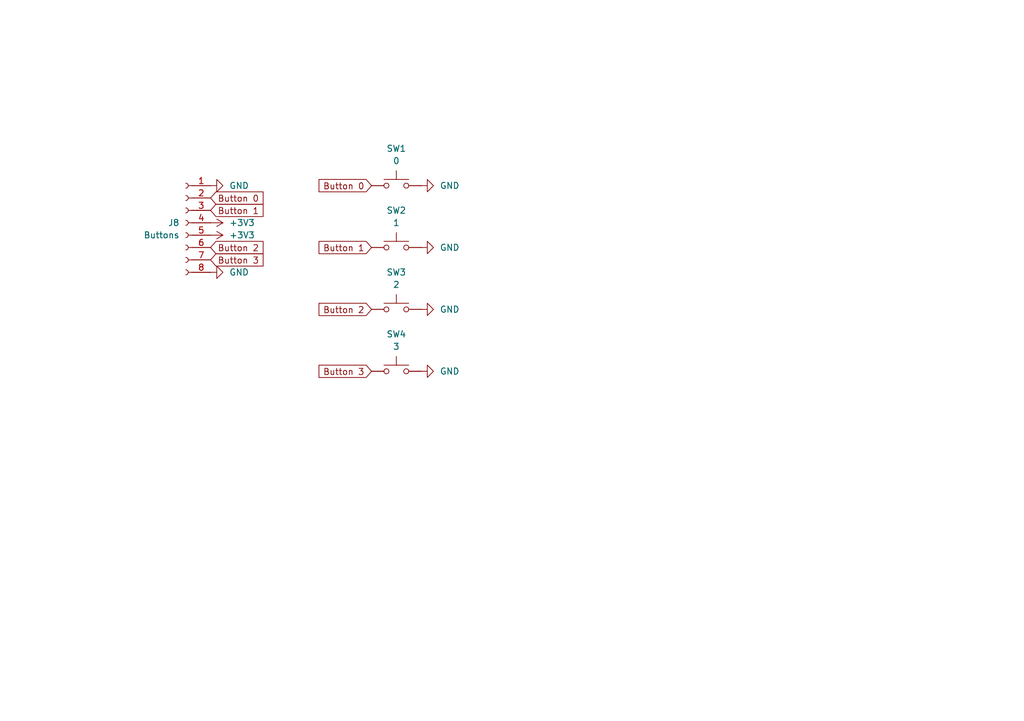
<source format=kicad_sch>
(kicad_sch (version 20250114) (generator "eeschema") (generator_version "9.0")
  (paper "A5")
  (lib_symbols
    (symbol "Connector:Conn_01x08_Socket" (pin_names (offset 1.016) (hide yes))
      (property "Reference" "J" (at 0 10.16 0))
      (property "Value" "Conn_01x08_Socket" (at 0 -12.7 0))
      (symbol "Conn_01x08_Socket_1_1"
        (polyline (pts (xy -1.27 7.62) (xy -0.508 7.62)) (stroke (width 0.1524)))
        (polyline (pts (xy -1.27 5.08) (xy -0.508 5.08)) (stroke (width 0.1524)))
        (polyline (pts (xy -1.27 2.54) (xy -0.508 2.54)) (stroke (width 0.1524)))
        (polyline (pts (xy -1.27 0) (xy -0.508 0)) (stroke (width 0.1524)))
        (polyline (pts (xy -1.27 -2.54) (xy -0.508 -2.54)) (stroke (width 0.1524)))
        (polyline (pts (xy -1.27 -5.08) (xy -0.508 -5.08)) (stroke (width 0.1524)))
        (polyline (pts (xy -1.27 -7.62) (xy -0.508 -7.62)) (stroke (width 0.1524)))
        (polyline (pts (xy -1.27 -10.16) (xy -0.508 -10.16)) (stroke (width 0.1524)))
        (arc (start 0 7.112) (mid -0.5058 7.62) (end 0 8.128) (stroke (width 0.1524)))
        (arc (start 0 4.572) (mid -0.5058 5.08) (end 0 5.588) (stroke (width 0.1524)))
        (arc (start 0 2.032) (mid -0.5058 2.54) (end 0 3.048) (stroke (width 0.1524)))
        (arc (start 0 -0.508) (mid -0.5058 0) (end 0 0.508) (stroke (width 0.1524)))
        (arc (start 0 -3.048) (mid -0.5058 -2.54) (end 0 -2.032) (stroke (width 0.1524)))
        (arc (start 0 -5.588) (mid -0.5058 -5.08) (end 0 -4.572) (stroke (width 0.1524)))
        (arc (start 0 -8.128) (mid -0.5058 -7.62) (end 0 -7.112) (stroke (width 0.1524)))
        (arc (start 0 -10.668) (mid -0.5058 -10.16) (end 0 -9.652) (stroke (width 0.1524)))
        (pin passive line (at -5.08 7.62 0) (length 3.81) (name "Pin_1") (number "1"))
        (pin passive line (at -5.08 5.08 0) (length 3.81) (name "Pin_2") (number "2"))
        (pin passive line (at -5.08 2.54 0) (length 3.81) (name "Pin_3") (number "3"))
        (pin passive line (at -5.08 0 0) (length 3.81) (name "Pin_4") (number "4"))
        (pin passive line (at -5.08 -2.54 0) (length 3.81) (name "Pin_5") (number "5"))
        (pin passive line (at -5.08 -5.08 0) (length 3.81) (name "Pin_6") (number "6"))
        (pin passive line (at -5.08 -7.62 0) (length 3.81) (name "Pin_7") (number "7"))
        (pin passive line (at -5.08 -10.16 0) (length 3.81) (name "Pin_8") (number "8"))
      )
    )
    (symbol "Switch:SW_Push" (pin_numbers (hide yes)) (pin_names (offset 1.016) (hide yes))
      (property "Reference" "SW" (at 1.27 2.54 0))
      (property "Value" "SW_Push" (at 0 -1.524 0))
      (symbol "SW_Push_0_1"
        (circle (center -2.032 0) (radius 0.508))
        (polyline (pts (xy 0 1.27) (xy 0 3.048)))
        (circle (center 2.032 0) (radius 0.508))
        (polyline (pts (xy 2.54 1.27) (xy -2.54 1.27)))
        (pin passive line (at -5.08 0 0) (length 2.54) (name "1") (number "1"))
        (pin passive line (at 5.08 0 180) (length 2.54) (name "2") (number "2"))
      )
    )
    (symbol "power:+3V3" (power) (pin_numbers (hide yes)) (pin_names (offset 0) (hide yes))
      (property "Value" "+3V3" (at 0 3.556 0))
      (symbol "+3V3_0_1"
        (polyline (pts (xy -0.762 1.27) (xy 0 2.54)))
        (polyline (pts (xy 0 2.54) (xy 0.762 1.27)))
        (polyline (pts (xy 0 0) (xy 0 2.54)))
      )
      (symbol "+3V3_1_1"
        (pin power_in line (at 0 0 90) (length 0) (name "~") (number "1"))
      )
    )
    (symbol "power:GND" (power) (pin_numbers (hide yes)) (pin_names (offset 0) (hide yes))
      (property "Value" "GND" (at 0 -3.81 0))
      (symbol "GND_0_1"
        (polyline (pts (xy 0 0) (xy 0 -1.27) (xy 1.27 -1.27) (xy 0 -2.54) (xy -1.27 -1.27) (xy 0 -1.27)))
      )
      (symbol "GND_1_1"
        (pin power_in line (at 0 0 270) (length 0) (name "~") (number "1"))
      )
    )
  )
  (global_label "Button 1" (shape input) (at 76.2 50.8 180) (property "Intersheetrefs" "${INTERSHEET_REFS}" (effects (hide yes))))
  (global_label "Button 3" (shape input) (at 43.18 53.34 0) (property "Intersheetrefs" "${INTERSHEET_REFS}" (effects (hide yes))))
  (global_label "Button 3" (shape input) (at 76.2 76.2 180) (property "Intersheetrefs" "${INTERSHEET_REFS}" (effects (hide yes))))
  (global_label "Button 2" (shape input) (at 43.18 50.8 0) (property "Intersheetrefs" "${INTERSHEET_REFS}" (effects (hide yes))))
  (global_label "Button 0" (shape input) (at 43.18 40.64 0) (property "Intersheetrefs" "${INTERSHEET_REFS}" (effects (hide yes))))
  (global_label "Button 1" (shape input) (at 43.18 43.18 0) (property "Intersheetrefs" "${INTERSHEET_REFS}" (effects (hide yes))))
  (global_label "Button 2" (shape input) (at 76.2 63.5 180) (property "Intersheetrefs" "${INTERSHEET_REFS}" (effects (hide yes))))
  (global_label "Button 0" (shape input) (at 76.2 38.1 180) (property "Intersheetrefs" "${INTERSHEET_REFS}" (effects (hide yes))))
  (symbol (lib_id "power:GND") (at 86.36 76.2 90) (unit 1)
    (property "Reference" "#PWR04" (effects (hide yes)))
    (property "Value" "GND" (at 90.17 76.1999 90) (effects (justify right)))
    (property "Description" "Power symbol creates a global label with name \"GND\" , ground" (effects (hide yes)))
  )
  (symbol (lib_id "power:+3V3") (at 43.18 45.72 270) (unit 1)
    (property "Reference" "#PWR029" (effects (hide yes)))
    (property "Value" "+3V3" (at 46.99 45.7199 90) (effects (justify left)))
    (property "Description" "Power symbol creates a global label with name \"+3V3\"" (effects (hide yes)))
  )
  (symbol (lib_id "power:GND") (at 86.36 63.5 90) (unit 1)
    (property "Reference" "#PWR03" (effects (hide yes)))
    (property "Value" "GND" (at 90.17 63.4999 90) (effects (justify right)))
    (property "Description" "Power symbol creates a global label with name \"GND\" , ground" (effects (hide yes)))
  )
  (symbol (lib_id "Connector:Conn_01x08_Socket") (at 38.1 45.72 0) (mirror y) (unit 1)
    (property "Reference" "J8" (at 36.83 45.7199 0) (effects (justify left)))
    (property "Value" "Buttons" (at 36.83 48.2599 0) (effects (justify left)))
    (property "Footprint" "Connector_JST:JST_GH_SM08B-GHS-TB_1x08-1MP_P1.25mm_Horizontal" (effects (hide yes)))
    (property "Description" "Generic connector, single row, 01x08, script generated" (effects (hide yes)))
  )
  (symbol (lib_id "Switch:SW_Push") (at 81.28 76.2 0) (unit 1)
    (property "Reference" "SW4" (at 81.28 68.58 0))
    (property "Value" "3" (at 81.28 71.12 0))
    (property "Footprint" "Button_Switch_THT:SW_PUSH_6mm_H5mm" (effects (hide yes)))
    (property "Description" "Push button switch, generic, two pins" (effects (hide yes)))
  )
  (symbol (lib_id "power:+3V3") (at 43.18 48.26 270) (unit 1)
    (property "Reference" "#PWR030" (effects (hide yes)))
    (property "Value" "+3V3" (at 46.99 48.2599 90) (effects (justify left)))
    (property "Description" "Power symbol creates a global label with name \"+3V3\"" (effects (hide yes)))
  )
  (symbol (lib_id "power:GND") (at 86.36 50.8 90) (unit 1)
    (property "Reference" "#PWR02" (effects (hide yes)))
    (property "Value" "GND" (at 90.17 50.7999 90) (effects (justify right)))
    (property "Description" "Power symbol creates a global label with name \"GND\" , ground" (effects (hide yes)))
  )
  (symbol (lib_id "Switch:SW_Push") (at 81.28 50.8 0) (unit 1)
    (property "Reference" "SW2" (at 81.28 43.18 0))
    (property "Value" "1" (at 81.28 45.72 0))
    (property "Footprint" "Button_Switch_THT:SW_PUSH_6mm_H5mm" (effects (hide yes)))
    (property "Description" "Push button switch, generic, two pins" (effects (hide yes)))
  )
  (symbol (lib_id "power:GND") (at 43.18 38.1 90) (unit 1)
    (property "Reference" "#PWR028" (effects (hide yes)))
    (property "Value" "GND" (at 46.99 38.0999 90) (effects (justify right)))
    (property "Description" "Power symbol creates a global label with name \"GND\" , ground" (effects (hide yes)))
  )
  (symbol (lib_id "power:GND") (at 43.18 55.88 90) (unit 1)
    (property "Reference" "#PWR031" (effects (hide yes)))
    (property "Value" "GND" (at 46.99 55.8799 90) (effects (justify right)))
    (property "Description" "Power symbol creates a global label with name \"GND\" , ground" (effects (hide yes)))
  )
  (symbol (lib_id "power:GND") (at 86.36 38.1 90) (unit 1)
    (property "Reference" "#PWR01" (effects (hide yes)))
    (property "Value" "GND" (at 90.17 38.0999 90) (effects (justify right)))
    (property "Description" "Power symbol creates a global label with name \"GND\" , ground" (effects (hide yes)))
  )
  (symbol (lib_id "Switch:SW_Push") (at 81.28 63.5 0) (unit 1)
    (property "Reference" "SW3" (at 81.28 55.88 0))
    (property "Value" "2" (at 81.28 58.42 0))
    (property "Footprint" "Button_Switch_THT:SW_PUSH_6mm_H5mm" (effects (hide yes)))
    (property "Description" "Push button switch, generic, two pins" (effects (hide yes)))
  )
  (symbol (lib_id "Switch:SW_Push") (at 81.28 38.1 0) (unit 1)
    (property "Reference" "SW1" (at 81.28 30.48 0))
    (property "Value" "0" (at 81.28 33.02 0))
    (property "Footprint" "Button_Switch_THT:SW_PUSH_6mm_H5mm" (effects (hide yes)))
    (property "Description" "Push button switch, generic, two pins" (effects (hide yes)))
  )
)
</source>
